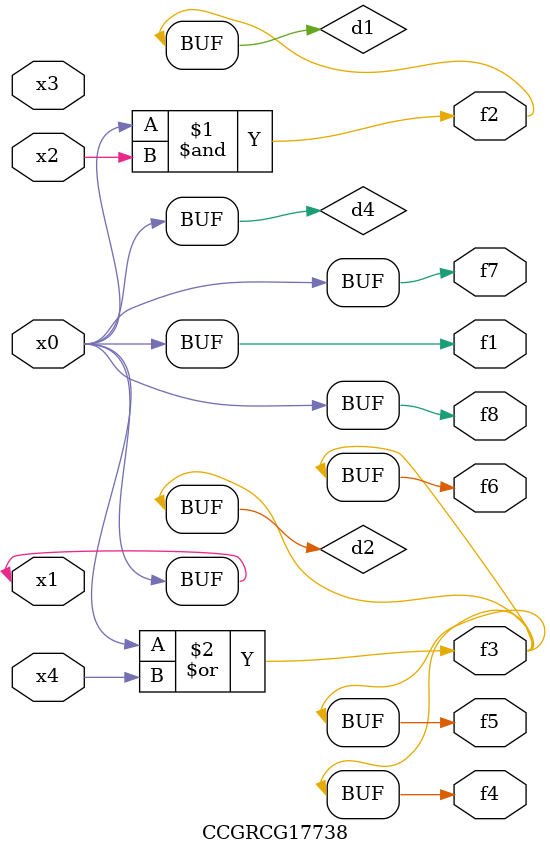
<source format=v>
module CCGRCG17738(
	input x0, x1, x2, x3, x4,
	output f1, f2, f3, f4, f5, f6, f7, f8
);

	wire d1, d2, d3, d4;

	and (d1, x0, x2);
	or (d2, x0, x4);
	nand (d3, x0, x2);
	buf (d4, x0, x1);
	assign f1 = d4;
	assign f2 = d1;
	assign f3 = d2;
	assign f4 = d2;
	assign f5 = d2;
	assign f6 = d2;
	assign f7 = d4;
	assign f8 = d4;
endmodule

</source>
